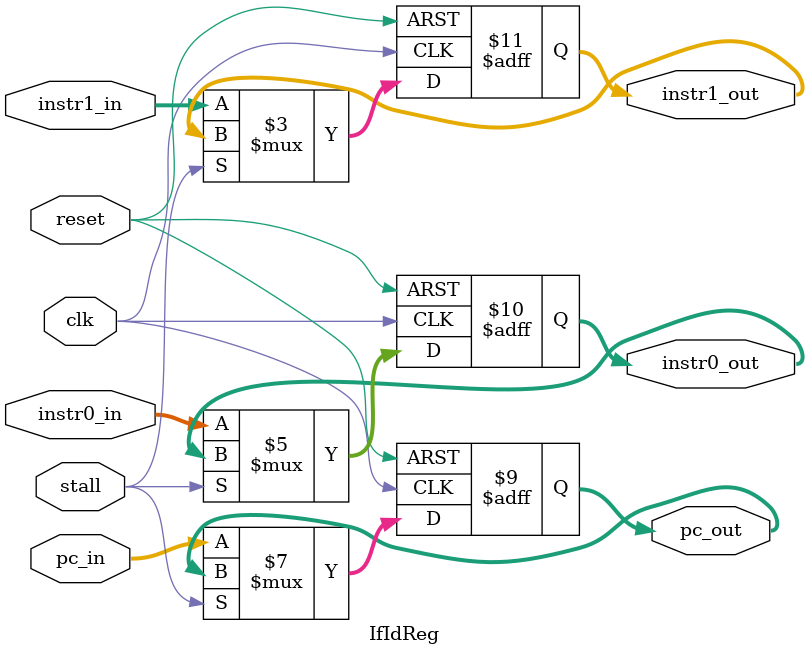
<source format=sv>
module IfIdReg (
    input  logic         clk,
    input  logic         reset,
    input  logic         stall,
    input  logic [31:0]  pc_in,
    input  logic [31:0]  instr0_in,
    input  logic [31:0]  instr1_in,
    output logic [31:0]  pc_out,
    output logic [31:0]  instr0_out,
    output logic [31:0]  instr1_out
);
    // default NOP: ADDI x0,x0,0 = 32'h00000013
    localparam NOP = 32'h00000013;

    always_ff @(posedge clk or posedge reset) begin
        if (reset) begin
            pc_out     <= 32'h0;
            instr0_out <= NOP;
            instr1_out <= NOP;
        end else if (!stall) begin
            pc_out     <= pc_in;
            instr0_out <= instr0_in;
            instr1_out <= instr1_in;
        end
    end
endmodule
</source>
